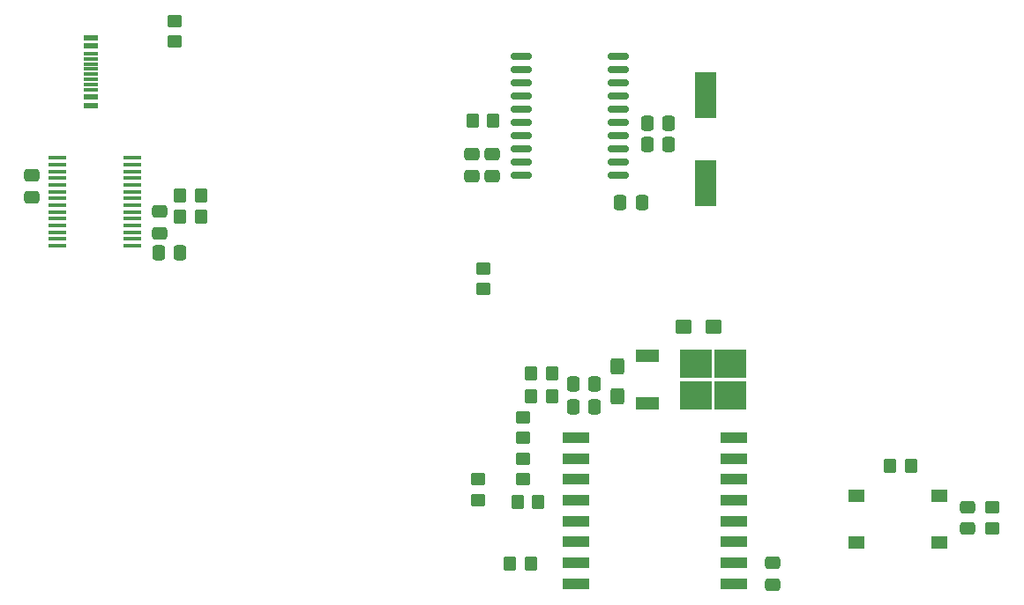
<source format=gbr>
%TF.GenerationSoftware,KiCad,Pcbnew,(6.0.11)*%
%TF.CreationDate,2024-04-14T23:22:21+03:00*%
%TF.ProjectId,avr-co2-detector,6176722d-636f-4322-9d64-65746563746f,rev. 1*%
%TF.SameCoordinates,Original*%
%TF.FileFunction,Paste,Top*%
%TF.FilePolarity,Positive*%
%FSLAX46Y46*%
G04 Gerber Fmt 4.6, Leading zero omitted, Abs format (unit mm)*
G04 Created by KiCad (PCBNEW (6.0.11)) date 2024-04-14 23:22:21*
%MOMM*%
%LPD*%
G01*
G04 APERTURE LIST*
G04 Aperture macros list*
%AMRoundRect*
0 Rectangle with rounded corners*
0 $1 Rounding radius*
0 $2 $3 $4 $5 $6 $7 $8 $9 X,Y pos of 4 corners*
0 Add a 4 corners polygon primitive as box body*
4,1,4,$2,$3,$4,$5,$6,$7,$8,$9,$2,$3,0*
0 Add four circle primitives for the rounded corners*
1,1,$1+$1,$2,$3*
1,1,$1+$1,$4,$5*
1,1,$1+$1,$6,$7*
1,1,$1+$1,$8,$9*
0 Add four rect primitives between the rounded corners*
20,1,$1+$1,$2,$3,$4,$5,0*
20,1,$1+$1,$4,$5,$6,$7,0*
20,1,$1+$1,$6,$7,$8,$9,0*
20,1,$1+$1,$8,$9,$2,$3,0*%
G04 Aperture macros list end*
%ADD10R,2.500000X1.000000*%
%ADD11RoundRect,0.250000X-0.350000X-0.450000X0.350000X-0.450000X0.350000X0.450000X-0.350000X0.450000X0*%
%ADD12R,1.550000X1.300000*%
%ADD13RoundRect,0.250000X0.337500X0.475000X-0.337500X0.475000X-0.337500X-0.475000X0.337500X-0.475000X0*%
%ADD14RoundRect,0.250000X-0.450000X0.350000X-0.450000X-0.350000X0.450000X-0.350000X0.450000X0.350000X0*%
%ADD15RoundRect,0.250000X0.425000X-0.537500X0.425000X0.537500X-0.425000X0.537500X-0.425000X-0.537500X0*%
%ADD16R,1.450000X0.600000*%
%ADD17R,1.450000X0.300000*%
%ADD18R,2.000000X4.500000*%
%ADD19RoundRect,0.250000X0.450000X-0.350000X0.450000X0.350000X-0.450000X0.350000X-0.450000X-0.350000X0*%
%ADD20RoundRect,0.150000X0.875000X0.150000X-0.875000X0.150000X-0.875000X-0.150000X0.875000X-0.150000X0*%
%ADD21RoundRect,0.250000X-0.475000X0.337500X-0.475000X-0.337500X0.475000X-0.337500X0.475000X0.337500X0*%
%ADD22R,3.050000X2.750000*%
%ADD23R,2.200000X1.200000*%
%ADD24RoundRect,0.250000X0.475000X-0.337500X0.475000X0.337500X-0.475000X0.337500X-0.475000X-0.337500X0*%
%ADD25R,1.750000X0.450000*%
%ADD26RoundRect,0.250000X0.350000X0.450000X-0.350000X0.450000X-0.350000X-0.450000X0.350000X-0.450000X0*%
%ADD27RoundRect,0.250000X0.537500X0.425000X-0.537500X0.425000X-0.537500X-0.425000X0.537500X-0.425000X0*%
G04 APERTURE END LIST*
D10*
%TO.C,U5*%
X151800000Y-127200000D03*
X151800000Y-125200000D03*
X151800000Y-123200000D03*
X151800000Y-121200000D03*
X151800000Y-119200000D03*
X151800000Y-117200000D03*
X151800000Y-115200000D03*
X151800000Y-113200000D03*
X136600000Y-113200000D03*
X136600000Y-115200000D03*
X136600000Y-117200000D03*
X136600000Y-119200000D03*
X136600000Y-121200000D03*
X136600000Y-123200000D03*
X136600000Y-125200000D03*
X136600000Y-127200000D03*
%TD*%
D11*
%TO.C,R16*%
X130300000Y-125300000D03*
X132300000Y-125300000D03*
%TD*%
D12*
%TO.C,SW3*%
X171475000Y-123250000D03*
X163525000Y-123250000D03*
X163525000Y-118750000D03*
X171475000Y-118750000D03*
%TD*%
D13*
%TO.C,C3*%
X145537500Y-85000000D03*
X143462500Y-85000000D03*
%TD*%
D14*
%TO.C,R14*%
X131500000Y-111200000D03*
X131500000Y-113200000D03*
%TD*%
D15*
%TO.C,C12*%
X140600000Y-109237500D03*
X140600000Y-106362500D03*
%TD*%
D16*
%TO.C,J1*%
X90045000Y-74750000D03*
X90045000Y-75550000D03*
D17*
X90045000Y-76750000D03*
X90045000Y-77750000D03*
X90045000Y-78250000D03*
X90045000Y-79250000D03*
D16*
X90045000Y-80450000D03*
X90045000Y-81250000D03*
X90045000Y-81250000D03*
X90045000Y-80450000D03*
D17*
X90045000Y-79750000D03*
X90045000Y-78750000D03*
X90045000Y-77250000D03*
X90045000Y-76250000D03*
D16*
X90045000Y-75550000D03*
X90045000Y-74750000D03*
%TD*%
D18*
%TO.C,Y1*%
X149100000Y-88750000D03*
X149100000Y-80250000D03*
%TD*%
D19*
%TO.C,R9*%
X176600000Y-121900000D03*
X176600000Y-119900000D03*
%TD*%
D14*
%TO.C,R12*%
X131500000Y-115200000D03*
X131500000Y-117200000D03*
%TD*%
D20*
%TO.C,U1*%
X140650000Y-87915000D03*
X140650000Y-86645000D03*
X140650000Y-85375000D03*
X140650000Y-84105000D03*
X140650000Y-82835000D03*
X140650000Y-81565000D03*
X140650000Y-80295000D03*
X140650000Y-79025000D03*
X140650000Y-77755000D03*
X140650000Y-76485000D03*
X131350000Y-76485000D03*
X131350000Y-77755000D03*
X131350000Y-79025000D03*
X131350000Y-80295000D03*
X131350000Y-81565000D03*
X131350000Y-82835000D03*
X131350000Y-84105000D03*
X131350000Y-85375000D03*
X131350000Y-86645000D03*
X131350000Y-87915000D03*
%TD*%
D13*
%TO.C,C17*%
X138437500Y-108000000D03*
X136362500Y-108000000D03*
%TD*%
D14*
%TO.C,R13*%
X127200000Y-117200000D03*
X127200000Y-119200000D03*
%TD*%
D11*
%TO.C,R8*%
X132300000Y-109200000D03*
X134300000Y-109200000D03*
%TD*%
%TO.C,R15*%
X132300000Y-107000000D03*
X134300000Y-107000000D03*
%TD*%
%TO.C,R3*%
X98600000Y-91900000D03*
X100600000Y-91900000D03*
%TD*%
D13*
%TO.C,C2*%
X145537500Y-83000000D03*
X143462500Y-83000000D03*
%TD*%
D21*
%TO.C,C8*%
X84400000Y-87962500D03*
X84400000Y-90037500D03*
%TD*%
D22*
%TO.C,U4*%
X151475000Y-109125000D03*
X151475000Y-106075000D03*
X148125000Y-106075000D03*
X148125000Y-109125000D03*
D23*
X143500000Y-105320000D03*
X143500000Y-109880000D03*
%TD*%
D19*
%TO.C,R1*%
X127700000Y-98900000D03*
X127700000Y-96900000D03*
%TD*%
D24*
%TO.C,C14*%
X174200000Y-121937500D03*
X174200000Y-119862500D03*
%TD*%
%TO.C,C4*%
X126600000Y-88037500D03*
X126600000Y-85962500D03*
%TD*%
D14*
%TO.C,R7*%
X98100000Y-73100000D03*
X98100000Y-75100000D03*
%TD*%
D11*
%TO.C,R2*%
X98600000Y-89900000D03*
X100600000Y-89900000D03*
%TD*%
D25*
%TO.C,U2*%
X86800000Y-86275000D03*
X86800000Y-86925000D03*
X86800000Y-87575000D03*
X86800000Y-88225000D03*
X86800000Y-88875000D03*
X86800000Y-89525000D03*
X86800000Y-90175000D03*
X86800000Y-90825000D03*
X86800000Y-91475000D03*
X86800000Y-92125000D03*
X86800000Y-92775000D03*
X86800000Y-93425000D03*
X86800000Y-94075000D03*
X86800000Y-94725000D03*
X94000000Y-94725000D03*
X94000000Y-94075000D03*
X94000000Y-93425000D03*
X94000000Y-92775000D03*
X94000000Y-92125000D03*
X94000000Y-91475000D03*
X94000000Y-90825000D03*
X94000000Y-90175000D03*
X94000000Y-89525000D03*
X94000000Y-88875000D03*
X94000000Y-88225000D03*
X94000000Y-87575000D03*
X94000000Y-86925000D03*
X94000000Y-86275000D03*
%TD*%
D11*
%TO.C,R10*%
X131000000Y-119400000D03*
X133000000Y-119400000D03*
%TD*%
D13*
%TO.C,C6*%
X98637500Y-95400000D03*
X96562500Y-95400000D03*
%TD*%
D21*
%TO.C,C9*%
X96700000Y-91462500D03*
X96700000Y-93537500D03*
%TD*%
D11*
%TO.C,R4*%
X126700000Y-82700000D03*
X128700000Y-82700000D03*
%TD*%
D13*
%TO.C,C16*%
X138437500Y-110200000D03*
X136362500Y-110200000D03*
%TD*%
D26*
%TO.C,R11*%
X168800000Y-115900000D03*
X166800000Y-115900000D03*
%TD*%
D27*
%TO.C,C15*%
X149837500Y-102500000D03*
X146962500Y-102500000D03*
%TD*%
D24*
%TO.C,C5*%
X128600000Y-88037500D03*
X128600000Y-85962500D03*
%TD*%
D13*
%TO.C,C1*%
X142937500Y-90600000D03*
X140862500Y-90600000D03*
%TD*%
D21*
%TO.C,C13*%
X155500000Y-125225000D03*
X155500000Y-127300000D03*
%TD*%
M02*

</source>
